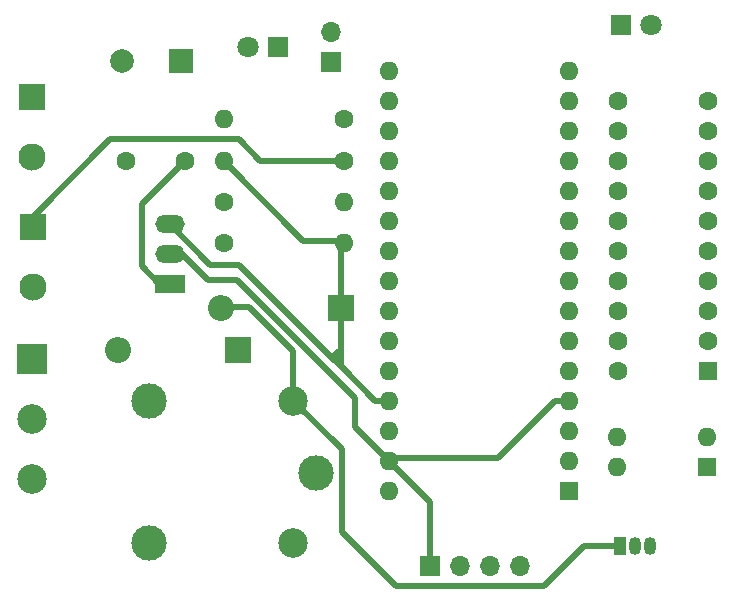
<source format=gbr>
%TF.GenerationSoftware,KiCad,Pcbnew,(5.1.9)-1*%
%TF.CreationDate,2021-10-25T11:11:09+02:00*%
%TF.ProjectId,ArduinoNtcThermostat,41726475-696e-46f4-9e74-63546865726d,rev?*%
%TF.SameCoordinates,Original*%
%TF.FileFunction,Copper,L2,Bot*%
%TF.FilePolarity,Positive*%
%FSLAX46Y46*%
G04 Gerber Fmt 4.6, Leading zero omitted, Abs format (unit mm)*
G04 Created by KiCad (PCBNEW (5.1.9)-1) date 2021-10-25 11:11:09*
%MOMM*%
%LPD*%
G01*
G04 APERTURE LIST*
%TA.AperFunction,ComponentPad*%
%ADD10C,2.500000*%
%TD*%
%TA.AperFunction,ComponentPad*%
%ADD11C,3.000000*%
%TD*%
%TA.AperFunction,ComponentPad*%
%ADD12R,1.600000X1.600000*%
%TD*%
%TA.AperFunction,ComponentPad*%
%ADD13O,1.600000X1.600000*%
%TD*%
%TA.AperFunction,ComponentPad*%
%ADD14O,2.200000X2.200000*%
%TD*%
%TA.AperFunction,ComponentPad*%
%ADD15R,2.200000X2.200000*%
%TD*%
%TA.AperFunction,ComponentPad*%
%ADD16R,1.800000X1.800000*%
%TD*%
%TA.AperFunction,ComponentPad*%
%ADD17C,1.800000*%
%TD*%
%TA.AperFunction,ComponentPad*%
%ADD18R,2.500000X2.500000*%
%TD*%
%TA.AperFunction,ComponentPad*%
%ADD19C,2.300000*%
%TD*%
%TA.AperFunction,ComponentPad*%
%ADD20R,1.700000X1.700000*%
%TD*%
%TA.AperFunction,ComponentPad*%
%ADD21O,1.700000X1.700000*%
%TD*%
%TA.AperFunction,ComponentPad*%
%ADD22O,1.050000X1.500000*%
%TD*%
%TA.AperFunction,ComponentPad*%
%ADD23R,1.050000X1.500000*%
%TD*%
%TA.AperFunction,ComponentPad*%
%ADD24C,1.600000*%
%TD*%
%TA.AperFunction,ComponentPad*%
%ADD25R,2.500000X1.500000*%
%TD*%
%TA.AperFunction,ComponentPad*%
%ADD26O,2.500000X1.500000*%
%TD*%
%TA.AperFunction,ComponentPad*%
%ADD27R,2.000000X2.000000*%
%TD*%
%TA.AperFunction,ComponentPad*%
%ADD28C,2.000000*%
%TD*%
%TA.AperFunction,Conductor*%
%ADD29C,0.500000*%
%TD*%
G04 APERTURE END LIST*
D10*
%TO.P,K1,2*%
%TO.N,Net-(D1-Pad2)*%
X118293600Y-75865000D03*
D11*
%TO.P,K1,3*%
%TO.N,Net-(J1-Pad1)*%
X106093600Y-75865000D03*
%TO.P,K1,4*%
%TO.N,Net-(J1-Pad3)*%
X106043600Y-87915000D03*
D10*
%TO.P,K1,5*%
%TO.N,+5V*%
X118293600Y-87865000D03*
D11*
%TO.P,K1,1*%
%TO.N,Net-(J1-Pad2)*%
X120243600Y-81915000D03*
%TD*%
D12*
%TO.P,A1,1*%
%TO.N,Net-(A1-Pad1)*%
X141643100Y-83451700D03*
D13*
%TO.P,A1,17*%
%TO.N,Net-(A1-Pad17)*%
X126403100Y-50431700D03*
%TO.P,A1,2*%
%TO.N,Net-(A1-Pad2)*%
X141643100Y-80911700D03*
%TO.P,A1,18*%
%TO.N,Net-(A1-Pad18)*%
X126403100Y-52971700D03*
%TO.P,A1,3*%
%TO.N,Net-(A1-Pad3)*%
X141643100Y-78371700D03*
%TO.P,A1,19*%
%TO.N,Net-(A1-Pad19)*%
X126403100Y-55511700D03*
%TO.P,A1,4*%
%TO.N,GND*%
X141643100Y-75831700D03*
%TO.P,A1,20*%
%TO.N,Net-(A1-Pad20)*%
X126403100Y-58051700D03*
%TO.P,A1,5*%
%TO.N,Net-(A1-Pad5)*%
X141643100Y-73291700D03*
%TO.P,A1,21*%
%TO.N,Net-(A1-Pad21)*%
X126403100Y-60591700D03*
%TO.P,A1,6*%
%TO.N,Net-(A1-Pad6)*%
X141643100Y-70751700D03*
%TO.P,A1,22*%
%TO.N,Net-(A1-Pad22)*%
X126403100Y-63131700D03*
%TO.P,A1,7*%
%TO.N,Net-(A1-Pad7)*%
X141643100Y-68211700D03*
%TO.P,A1,23*%
%TO.N,Net-(A1-Pad23)*%
X126403100Y-65671700D03*
%TO.P,A1,8*%
%TO.N,Net-(A1-Pad8)*%
X141643100Y-65671700D03*
%TO.P,A1,24*%
%TO.N,Net-(A1-Pad24)*%
X126403100Y-68211700D03*
%TO.P,A1,9*%
%TO.N,Net-(A1-Pad9)*%
X141643100Y-63131700D03*
%TO.P,A1,25*%
%TO.N,Net-(A1-Pad25)*%
X126403100Y-70751700D03*
%TO.P,A1,10*%
%TO.N,Net-(A1-Pad10)*%
X141643100Y-60591700D03*
%TO.P,A1,26*%
%TO.N,Net-(A1-Pad26)*%
X126403100Y-73291700D03*
%TO.P,A1,11*%
%TO.N,Net-(A1-Pad11)*%
X141643100Y-58051700D03*
%TO.P,A1,27*%
%TO.N,+5V*%
X126403100Y-75831700D03*
%TO.P,A1,12*%
%TO.N,Net-(A1-Pad12)*%
X141643100Y-55511700D03*
%TO.P,A1,28*%
%TO.N,Net-(A1-Pad28)*%
X126403100Y-78371700D03*
%TO.P,A1,13*%
%TO.N,Net-(A1-Pad13)*%
X141643100Y-52971700D03*
%TO.P,A1,29*%
%TO.N,GND*%
X126403100Y-80911700D03*
%TO.P,A1,14*%
%TO.N,Net-(A1-Pad14)*%
X141643100Y-50431700D03*
%TO.P,A1,30*%
%TO.N,Net-(A1-Pad30)*%
X126403100Y-83451700D03*
%TO.P,A1,15*%
%TO.N,Net-(A1-Pad15)*%
X141643100Y-47891700D03*
%TO.P,A1,16*%
%TO.N,Net-(A1-Pad16)*%
X126403100Y-47891700D03*
%TD*%
D14*
%TO.P,D1,2*%
%TO.N,Net-(D1-Pad2)*%
X112191800Y-67945000D03*
D15*
%TO.P,D1,1*%
%TO.N,+5V*%
X122351800Y-67945000D03*
%TD*%
D16*
%TO.P,D2,1*%
%TO.N,Net-(D2-Pad1)*%
X146075400Y-43992800D03*
D17*
%TO.P,D2,2*%
%TO.N,Net-(A1-Pad15)*%
X148615400Y-43992800D03*
%TD*%
%TO.P,D3,2*%
%TO.N,Net-(D3-Pad2)*%
X114427000Y-45847000D03*
D16*
%TO.P,D3,1*%
%TO.N,GND*%
X116967000Y-45847000D03*
%TD*%
D15*
%TO.P,D4,1*%
%TO.N,Net-(C1-Pad1)*%
X113588800Y-71501000D03*
D14*
%TO.P,D4,2*%
%TO.N,Net-(D4-Pad2)*%
X103428800Y-71501000D03*
%TD*%
D18*
%TO.P,J1,1*%
%TO.N,Net-(J1-Pad1)*%
X96189800Y-72313800D03*
D10*
%TO.P,J1,2*%
%TO.N,Net-(J1-Pad2)*%
X96189800Y-77393800D03*
%TO.P,J1,3*%
%TO.N,Net-(J1-Pad3)*%
X96189800Y-82473800D03*
%TD*%
D19*
%TO.P,J2,2*%
%TO.N,GND*%
X96189800Y-55194200D03*
D15*
%TO.P,J2,1*%
%TO.N,Net-(D4-Pad2)*%
X96189800Y-50114200D03*
%TD*%
%TO.P,J3,1*%
%TO.N,Net-(A1-Pad19)*%
X96240600Y-61137800D03*
D19*
%TO.P,J3,2*%
%TO.N,GND*%
X96240600Y-66217800D03*
%TD*%
D20*
%TO.P,JP1,1*%
%TO.N,GND*%
X121488200Y-47117000D03*
D21*
%TO.P,JP1,2*%
%TO.N,Net-(A1-Pad16)*%
X121488200Y-44577000D03*
%TD*%
D22*
%TO.P,Q1,2*%
%TO.N,Net-(Q1-Pad2)*%
X147218400Y-88112600D03*
%TO.P,Q1,3*%
%TO.N,GND*%
X148488400Y-88112600D03*
D23*
%TO.P,Q1,1*%
%TO.N,Net-(D1-Pad2)*%
X145948400Y-88112600D03*
%TD*%
D24*
%TO.P,R1,1*%
%TO.N,Net-(R1-Pad1)*%
X112395000Y-62509400D03*
D13*
%TO.P,R1,2*%
%TO.N,+5V*%
X122555000Y-62509400D03*
%TD*%
D24*
%TO.P,R2,1*%
%TO.N,Net-(D2-Pad1)*%
X112458500Y-59004200D03*
D13*
%TO.P,R2,2*%
%TO.N,Net-(R2-Pad2)*%
X122618500Y-59004200D03*
%TD*%
%TO.P,R3,2*%
%TO.N,+5V*%
X112395000Y-55511700D03*
D24*
%TO.P,R3,1*%
%TO.N,Net-(A1-Pad19)*%
X122555000Y-55511700D03*
%TD*%
D13*
%TO.P,R4,2*%
%TO.N,Net-(C1-Pad1)*%
X112395000Y-51943000D03*
D24*
%TO.P,R4,1*%
%TO.N,Net-(D3-Pad2)*%
X122555000Y-51943000D03*
%TD*%
D12*
%TO.P,U1,1*%
%TO.N,Net-(R2-Pad2)*%
X153289000Y-81407000D03*
D13*
%TO.P,U1,3*%
%TO.N,Net-(Q1-Pad2)*%
X145669000Y-78867000D03*
%TO.P,U1,2*%
%TO.N,GND*%
X153289000Y-78867000D03*
%TO.P,U1,4*%
%TO.N,Net-(R1-Pad1)*%
X145669000Y-81407000D03*
%TD*%
D25*
%TO.P,U2,1*%
%TO.N,Net-(C1-Pad1)*%
X107823000Y-65963800D03*
D26*
%TO.P,U2,2*%
%TO.N,GND*%
X107823000Y-63423800D03*
%TO.P,U2,3*%
%TO.N,+5V*%
X107823000Y-60883800D03*
%TD*%
D27*
%TO.P,C2,1*%
%TO.N,Net-(C1-Pad1)*%
X108788200Y-47066200D03*
D28*
%TO.P,C2,2*%
%TO.N,GND*%
X103788200Y-47066200D03*
%TD*%
D12*
%TO.P,SW1,1*%
%TO.N,GND*%
X153390600Y-73291700D03*
D24*
%TO.P,SW1,2*%
X153390600Y-70751700D03*
%TO.P,SW1,3*%
X153390600Y-68211700D03*
%TO.P,SW1,4*%
X153390600Y-65671700D03*
%TO.P,SW1,5*%
X153390600Y-63131700D03*
%TO.P,SW1,6*%
X153390600Y-60591700D03*
%TO.P,SW1,7*%
X153390600Y-58051700D03*
%TO.P,SW1,14*%
%TO.N,Net-(A1-Pad11)*%
X145770600Y-58051700D03*
%TO.P,SW1,15*%
%TO.N,Net-(A1-Pad10)*%
X145770600Y-60591700D03*
%TO.P,SW1,16*%
%TO.N,Net-(A1-Pad9)*%
X145770600Y-63131700D03*
%TO.P,SW1,17*%
%TO.N,Net-(A1-Pad8)*%
X145770600Y-65671700D03*
%TO.P,SW1,18*%
%TO.N,Net-(A1-Pad7)*%
X145770600Y-68211700D03*
%TO.P,SW1,19*%
%TO.N,Net-(A1-Pad6)*%
X145770600Y-70751700D03*
%TO.P,SW1,20*%
%TO.N,Net-(A1-Pad5)*%
X145770600Y-73291700D03*
%TO.P,SW1,8*%
%TO.N,GND*%
X153390600Y-55511700D03*
%TO.P,SW1,13*%
%TO.N,Net-(A1-Pad12)*%
X145770600Y-55511700D03*
%TO.P,SW1,9*%
%TO.N,GND*%
X153390600Y-52971700D03*
%TO.P,SW1,12*%
%TO.N,Net-(A1-Pad13)*%
X145770600Y-52971700D03*
%TO.P,SW1,10*%
%TO.N,GND*%
X153390600Y-50431700D03*
%TO.P,SW1,11*%
%TO.N,Net-(A1-Pad14)*%
X145770600Y-50431700D03*
%TD*%
%TO.P,C1,1*%
%TO.N,Net-(C1-Pad1)*%
X109143800Y-55499000D03*
%TO.P,C1,2*%
%TO.N,GND*%
X104143800Y-55499000D03*
%TD*%
D20*
%TO.P,J4,1*%
%TO.N,GND*%
X129870200Y-89839800D03*
D21*
%TO.P,J4,2*%
%TO.N,+5V*%
X132410200Y-89839800D03*
%TO.P,J4,3*%
%TO.N,Net-(A1-Pad24)*%
X134950200Y-89839800D03*
%TO.P,J4,4*%
%TO.N,Net-(A1-Pad23)*%
X137490200Y-89839800D03*
%TD*%
D29*
%TO.N,Net-(A1-Pad19)*%
X122555000Y-55511700D02*
X115506500Y-55511700D01*
X115506500Y-55511700D02*
X113690400Y-53695600D01*
X113690400Y-53695600D02*
X102793800Y-53695600D01*
X96240600Y-60248800D02*
X96240600Y-61137800D01*
X102793800Y-53695600D02*
X96240600Y-60248800D01*
%TO.N,GND*%
X141643100Y-75831700D02*
X140423900Y-75831700D01*
X140423900Y-75831700D02*
X135585200Y-80670400D01*
X126644400Y-80670400D02*
X126403100Y-80911700D01*
X135585200Y-80670400D02*
X126644400Y-80670400D01*
X126403100Y-80911700D02*
X123545600Y-78054200D01*
X123545600Y-78054200D02*
X123545600Y-75615800D01*
X123545600Y-75615800D02*
X113563400Y-65633600D01*
X113563400Y-65633600D02*
X111074200Y-65633600D01*
X108864400Y-63423800D02*
X107823000Y-63423800D01*
X111074200Y-65633600D02*
X108864400Y-63423800D01*
X129870200Y-84378800D02*
X126403100Y-80911700D01*
X129870200Y-89839800D02*
X129870200Y-84378800D01*
%TO.N,Net-(D1-Pad2)*%
X118293600Y-75865000D02*
X118293600Y-71608400D01*
X118293600Y-71608400D02*
X114554000Y-67868800D01*
X112268000Y-67868800D02*
X112191800Y-67945000D01*
X114554000Y-67868800D02*
X112268000Y-67868800D01*
X122377200Y-86918800D02*
X122377200Y-79948600D01*
X126949200Y-91490800D02*
X122377200Y-86918800D01*
X139496800Y-91490800D02*
X126949200Y-91490800D01*
X142875000Y-88112600D02*
X139496800Y-91490800D01*
X122377200Y-79948600D02*
X118293600Y-75865000D01*
X145948400Y-88112600D02*
X142875000Y-88112600D01*
%TO.N,+5V*%
X107823000Y-60883800D02*
X111252000Y-64312800D01*
X111252000Y-64312800D02*
X113715800Y-64312800D01*
X125234700Y-75831700D02*
X126403100Y-75831700D01*
X112395000Y-55511700D02*
X119151400Y-62268100D01*
X122313700Y-62268100D02*
X122555000Y-62509400D01*
X119151400Y-62268100D02*
X122313700Y-62268100D01*
X122351800Y-62712600D02*
X122555000Y-62509400D01*
X122351800Y-67945000D02*
X122351800Y-62712600D01*
X122351800Y-72948800D02*
X122415300Y-73012300D01*
X122415300Y-73012300D02*
X125234700Y-75831700D01*
X122351800Y-71653400D02*
X122174000Y-71653400D01*
X122351800Y-67945000D02*
X122351800Y-71653400D01*
X121691400Y-72136000D02*
X121691400Y-72288400D01*
X121691400Y-72288400D02*
X122415300Y-73012300D01*
X113715800Y-64312800D02*
X121691400Y-72288400D01*
X122047000Y-71831200D02*
X122351800Y-72136000D01*
X122351800Y-72136000D02*
X122351800Y-72948800D01*
X121996200Y-71831200D02*
X122047000Y-71831200D01*
X122174000Y-71653400D02*
X121996200Y-71831200D01*
X122351800Y-71653400D02*
X122351800Y-72136000D01*
X121996200Y-71831200D02*
X121691400Y-72136000D01*
X121691400Y-72136000D02*
X122351800Y-72136000D01*
%TO.N,Net-(C1-Pad1)*%
X109143800Y-55499000D02*
X105460800Y-59182000D01*
X105460800Y-59182000D02*
X105460800Y-64465200D01*
X106959400Y-65963800D02*
X107823000Y-65963800D01*
X105460800Y-64465200D02*
X106959400Y-65963800D01*
%TD*%
M02*

</source>
